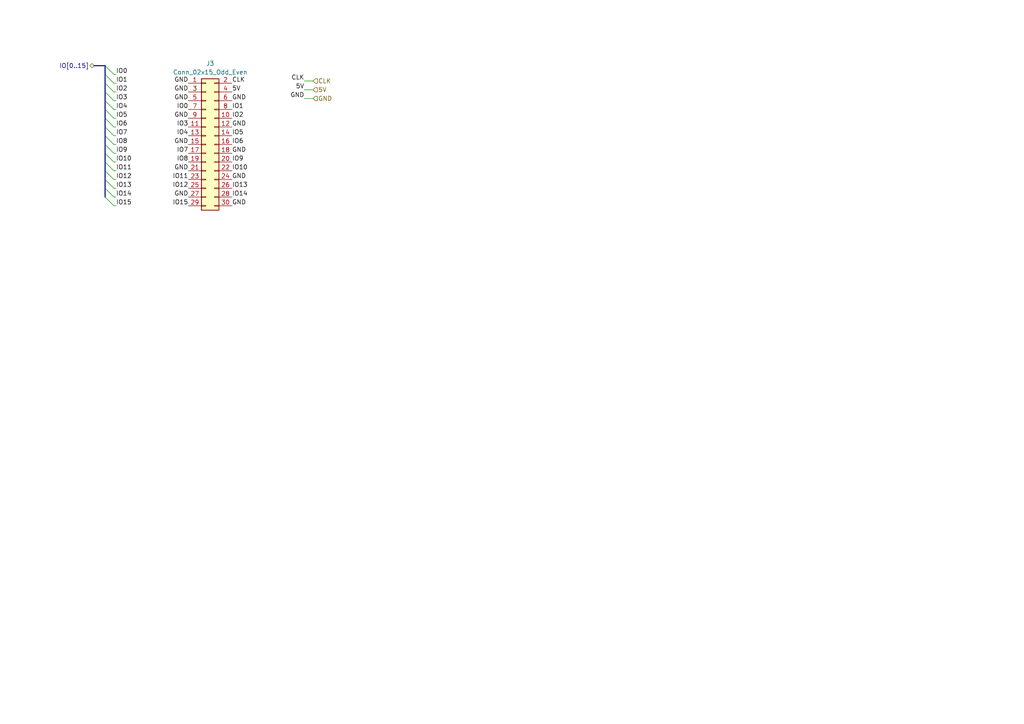
<source format=kicad_sch>
(kicad_sch (version 20250114) (generator "eeschema") (generator_version "9.0")
  (paper "A4")
  (title_block (title "AOS Bus Connector") (date "2025-03-22") (rev "V1.1") (comment 1 "Designed to be used with a 32-pin IDC connector"))
  (lib_symbols
    (symbol "Connector_Generic:Conn_02x15_Odd_Even" (pin_names (offset 1.016) (hide yes))
      (property "Reference" "J" (at 1.27 20.32 0))
      (property "Value" "Conn_02x15_Odd_Even" (at 1.27 -20.32 0))
      (symbol "Conn_02x15_Odd_Even_1_1"
        (rectangle (start -1.27 19.05) (end 3.81 -19.05) (stroke (width 0.254)) (fill (type background)))
        (rectangle (start -1.27 17.907) (end 0 17.653) (stroke (width 0.1524)))
        (rectangle (start -1.27 15.367) (end 0 15.113) (stroke (width 0.1524)))
        (rectangle (start -1.27 12.827) (end 0 12.573) (stroke (width 0.1524)))
        (rectangle (start -1.27 10.287) (end 0 10.033) (stroke (width 0.1524)))
        (rectangle (start -1.27 7.747) (end 0 7.493) (stroke (width 0.1524)))
        (rectangle (start -1.27 5.207) (end 0 4.953) (stroke (width 0.1524)))
        (rectangle (start -1.27 2.667) (end 0 2.413) (stroke (width 0.1524)))
        (rectangle (start -1.27 0.127) (end 0 -0.127) (stroke (width 0.1524)))
        (rectangle (start -1.27 -2.413) (end 0 -2.667) (stroke (width 0.1524)))
        (rectangle (start -1.27 -4.953) (end 0 -5.207) (stroke (width 0.1524)))
        (rectangle (start -1.27 -7.493) (end 0 -7.747) (stroke (width 0.1524)))
        (rectangle (start -1.27 -10.033) (end 0 -10.287) (stroke (width 0.1524)))
        (rectangle (start -1.27 -12.573) (end 0 -12.827) (stroke (width 0.1524)))
        (rectangle (start -1.27 -15.113) (end 0 -15.367) (stroke (width 0.1524)))
        (rectangle (start -1.27 -17.653) (end 0 -17.907) (stroke (width 0.1524)))
        (rectangle (start 3.81 17.907) (end 2.54 17.653) (stroke (width 0.1524)))
        (rectangle (start 3.81 15.367) (end 2.54 15.113) (stroke (width 0.1524)))
        (rectangle (start 3.81 12.827) (end 2.54 12.573) (stroke (width 0.1524)))
        (rectangle (start 3.81 10.287) (end 2.54 10.033) (stroke (width 0.1524)))
        (rectangle (start 3.81 7.747) (end 2.54 7.493) (stroke (width 0.1524)))
        (rectangle (start 3.81 5.207) (end 2.54 4.953) (stroke (width 0.1524)))
        (rectangle (start 3.81 2.667) (end 2.54 2.413) (stroke (width 0.1524)))
        (rectangle (start 3.81 0.127) (end 2.54 -0.127) (stroke (width 0.1524)))
        (rectangle (start 3.81 -2.413) (end 2.54 -2.667) (stroke (width 0.1524)))
        (rectangle (start 3.81 -4.953) (end 2.54 -5.207) (stroke (width 0.1524)))
        (rectangle (start 3.81 -7.493) (end 2.54 -7.747) (stroke (width 0.1524)))
        (rectangle (start 3.81 -10.033) (end 2.54 -10.287) (stroke (width 0.1524)))
        (rectangle (start 3.81 -12.573) (end 2.54 -12.827) (stroke (width 0.1524)))
        (rectangle (start 3.81 -15.113) (end 2.54 -15.367) (stroke (width 0.1524)))
        (rectangle (start 3.81 -17.653) (end 2.54 -17.907) (stroke (width 0.1524)))
        (pin passive line (at -5.08 17.78 0) (length 3.81) (name "Pin_1") (number "1"))
        (pin passive line (at -5.08 15.24 0) (length 3.81) (name "Pin_3") (number "3"))
        (pin passive line (at -5.08 12.7 0) (length 3.81) (name "Pin_5") (number "5"))
        (pin passive line (at -5.08 10.16 0) (length 3.81) (name "Pin_7") (number "7"))
        (pin passive line (at -5.08 7.62 0) (length 3.81) (name "Pin_9") (number "9"))
        (pin passive line (at -5.08 5.08 0) (length 3.81) (name "Pin_11") (number "11"))
        (pin passive line (at -5.08 2.54 0) (length 3.81) (name "Pin_13") (number "13"))
        (pin passive line (at -5.08 0 0) (length 3.81) (name "Pin_15") (number "15"))
        (pin passive line (at -5.08 -2.54 0) (length 3.81) (name "Pin_17") (number "17"))
        (pin passive line (at -5.08 -5.08 0) (length 3.81) (name "Pin_19") (number "19"))
        (pin passive line (at -5.08 -7.62 0) (length 3.81) (name "Pin_21") (number "21"))
        (pin passive line (at -5.08 -10.16 0) (length 3.81) (name "Pin_23") (number "23"))
        (pin passive line (at -5.08 -12.7 0) (length 3.81) (name "Pin_25") (number "25"))
        (pin passive line (at -5.08 -15.24 0) (length 3.81) (name "Pin_27") (number "27"))
        (pin passive line (at -5.08 -17.78 0) (length 3.81) (name "Pin_29") (number "29"))
        (pin passive line (at 7.62 17.78 180) (length 3.81) (name "Pin_2") (number "2"))
        (pin passive line (at 7.62 15.24 180) (length 3.81) (name "Pin_4") (number "4"))
        (pin passive line (at 7.62 12.7 180) (length 3.81) (name "Pin_6") (number "6"))
        (pin passive line (at 7.62 10.16 180) (length 3.81) (name "Pin_8") (number "8"))
        (pin passive line (at 7.62 7.62 180) (length 3.81) (name "Pin_10") (number "10"))
        (pin passive line (at 7.62 5.08 180) (length 3.81) (name "Pin_12") (number "12"))
        (pin passive line (at 7.62 2.54 180) (length 3.81) (name "Pin_14") (number "14"))
        (pin passive line (at 7.62 0 180) (length 3.81) (name "Pin_16") (number "16"))
        (pin passive line (at 7.62 -2.54 180) (length 3.81) (name "Pin_18") (number "18"))
        (pin passive line (at 7.62 -5.08 180) (length 3.81) (name "Pin_20") (number "20"))
        (pin passive line (at 7.62 -7.62 180) (length 3.81) (name "Pin_22") (number "22"))
        (pin passive line (at 7.62 -10.16 180) (length 3.81) (name "Pin_24") (number "24"))
        (pin passive line (at 7.62 -12.7 180) (length 3.81) (name "Pin_26") (number "26"))
        (pin passive line (at 7.62 -15.24 180) (length 3.81) (name "Pin_28") (number "28"))
        (pin passive line (at 7.62 -17.78 180) (length 3.81) (name "Pin_30") (number "30"))
      )
    )
  )
  (bus_entry (at 30.48 46.99) (size 2.54 2.54))
  (bus_entry (at 30.48 21.59) (size 2.54 2.54))
  (bus_entry (at 30.48 57.15) (size 2.54 2.54))
  (bus_entry (at 30.48 29.21) (size 2.54 2.54))
  (bus_entry (at 30.48 34.29) (size 2.54 2.54))
  (bus_entry (at 30.48 41.91) (size 2.54 2.54))
  (bus_entry (at 30.48 39.37) (size 2.54 2.54))
  (bus_entry (at 30.48 54.61) (size 2.54 2.54))
  (bus_entry (at 30.48 19.05) (size 2.54 2.54))
  (bus_entry (at 30.48 44.45) (size 2.54 2.54))
  (bus_entry (at 30.48 52.07) (size 2.54 2.54))
  (bus_entry (at 30.48 24.13) (size 2.54 2.54))
  (bus_entry (at 30.48 31.75) (size 2.54 2.54))
  (bus_entry (at 30.48 36.83) (size 2.54 2.54))
  (bus_entry (at 30.48 26.67) (size 2.54 2.54))
  (bus_entry (at 30.48 49.53) (size 2.54 2.54))
  (wire (pts (xy 33.02 46.99) (xy 33.655 46.99)))
  (bus (pts (xy 27.305 19.05) (xy 30.48 19.05)))
  (bus (pts (xy 30.48 34.29) (xy 30.48 36.83)))
  (wire (pts (xy 33.02 31.75) (xy 33.655 31.75)))
  (bus (pts (xy 30.48 41.91) (xy 30.48 44.45)))
  (wire (pts (xy 33.02 36.83) (xy 33.655 36.83)))
  (wire (pts (xy 33.02 54.61) (xy 33.655 54.61)))
  (bus (pts (xy 30.48 46.99) (xy 30.48 49.53)))
  (wire (pts (xy 33.02 57.15) (xy 33.655 57.15)))
  (bus (pts (xy 30.48 44.45) (xy 30.48 46.99)))
  (wire (pts (xy 33.02 26.67) (xy 33.655 26.67)))
  (wire (pts (xy 33.02 21.59) (xy 33.655 21.59)))
  (wire (pts (xy 33.02 52.07) (xy 33.655 52.07)))
  (wire (pts (xy 33.02 44.45) (xy 33.655 44.45)))
  (wire (pts (xy 33.02 24.13) (xy 33.655 24.13)))
  (wire (pts (xy 33.02 29.21) (xy 33.655 29.21)))
  (wire (pts (xy 33.02 34.29) (xy 33.655 34.29)))
  (bus (pts (xy 30.48 52.07) (xy 30.48 54.61)))
  (bus (pts (xy 30.48 31.75) (xy 30.48 34.29)))
  (wire (pts (xy 88.265 28.575) (xy 90.805 28.575)))
  (wire (pts (xy 33.02 39.37) (xy 33.655 39.37)))
  (wire (pts (xy 88.265 26.035) (xy 90.805 26.035)))
  (wire (pts (xy 33.02 41.91) (xy 33.655 41.91)))
  (wire (pts (xy 33.02 59.69) (xy 33.655 59.69)))
  (bus (pts (xy 30.48 39.37) (xy 30.48 41.91)))
  (bus (pts (xy 30.48 54.61) (xy 30.48 57.15)))
  (bus (pts (xy 30.48 21.59) (xy 30.48 24.13)))
  (wire (pts (xy 33.02 49.53) (xy 33.655 49.53)))
  (bus (pts (xy 30.48 49.53) (xy 30.48 52.07)))
  (wire (pts (xy 88.265 23.495) (xy 90.805 23.495)))
  (bus (pts (xy 30.48 26.67) (xy 30.48 29.21)))
  (bus (pts (xy 30.48 36.83) (xy 30.48 39.37)))
  (bus (pts (xy 30.48 29.21) (xy 30.48 31.75)))
  (bus (pts (xy 30.48 19.05) (xy 30.48 21.59)))
  (bus (pts (xy 30.48 24.13) (xy 30.48 26.67)))
  (label "IO10" (at 67.31 49.53 0))
  (label "IO5" (at 33.655 34.29 0))
  (label "IO2" (at 33.655 26.67 0))
  (label "IO13" (at 33.655 54.61 0))
  (label "IO3" (at 33.655 29.21 0))
  (label "GND" (at 54.61 24.13 180))
  (label "GND" (at 54.61 41.91 180))
  (label "GND" (at 88.265 28.575 180))
  (label "IO11" (at 33.655 49.53 0))
  (label "5V" (at 88.265 26.035 180))
  (label "IO7" (at 33.655 39.37 0))
  (label "IO10" (at 33.655 46.99 0))
  (label "IO4" (at 33.655 31.75 0))
  (label "IO6" (at 33.655 36.83 0))
  (label "IO4" (at 54.61 39.37 180))
  (label "IO14" (at 33.655 57.15 0))
  (label "IO2" (at 67.31 34.29 0))
  (label "IO11" (at 54.61 52.07 180))
  (label "IO8" (at 33.655 41.91 0))
  (label "GND" (at 67.31 59.69 0))
  (label "IO8" (at 54.61 46.99 180))
  (label "CLK" (at 67.31 24.13 0))
  (label "IO6" (at 67.31 41.91 0))
  (label "IO12" (at 33.655 52.07 0))
  (label "GND" (at 54.61 34.29 180))
  (label "IO1" (at 33.655 24.13 0))
  (label "IO0" (at 54.61 31.75 180))
  (label "GND" (at 54.61 49.53 180))
  (label "IO9" (at 67.31 46.99 0))
  (label "IO3" (at 54.61 36.83 180))
  (label "GND" (at 54.61 26.67 180))
  (label "GND" (at 54.61 29.21 180))
  (label "GND" (at 67.31 29.21 0))
  (label "IO7" (at 54.61 44.45 180))
  (label "5V" (at 67.31 26.67 0))
  (label "IO0" (at 33.655 21.59 0))
  (label "IO15" (at 54.61 59.69 180))
  (label "IO9" (at 33.655 44.45 0))
  (label "GND" (at 54.61 57.15 180))
  (label "IO13" (at 67.31 54.61 0))
  (label "IO15" (at 33.655 59.69 0))
  (label "IO5" (at 67.31 39.37 0))
  (label "CLK" (at 88.265 23.495 180))
  (label "GND" (at 67.31 52.07 0))
  (label "IO1" (at 67.31 31.75 0))
  (label "IO14" (at 67.31 57.15 0))
  (label "GND" (at 67.31 44.45 0))
  (label "IO12" (at 54.61 54.61 180))
  (label "GND" (at 67.31 36.83 0))
  (hierarchical_label "5V" (shape input) (at 90.805 26.035 0))
  (hierarchical_label "CLK" (shape input) (at 90.805 23.495 0))
  (hierarchical_label "IO[0..15]" (shape tri_state) (at 27.305 19.05 180))
  (hierarchical_label "GND" (shape input) (at 90.805 28.575 0))
  (symbol (lib_id "Connector_Generic:Conn_02x15_Odd_Even") (at 59.69 41.91 0) (unit 1)
    (property "Reference" "J3" (at 60.96 18.415 0))
    (property "Value" "Conn_02x15_Odd_Even" (at 60.96 20.955 0))
    (property "Footprint" "Connector_IDC:IDC-Header_2x15_P2.54mm_Vertical" (effects (hide yes)))
    (property "Description" "Generic connector, double row, 02x15, odd/even pin numbering scheme (row 1 odd numbers, row 2 even numbers), script generated (kicad-library-utils/schlib/autogen/connector/)" (effects (hide yes)))
    (instances (project "reg4x16" (path "" (reference "J3") (unit 1))) (project "ALU" (path "" (reference "J3") (unit 1)) (path "" (reference "J2") (unit 1)) (path "" (reference "J4") (unit 1))))
  )
)
</source>
